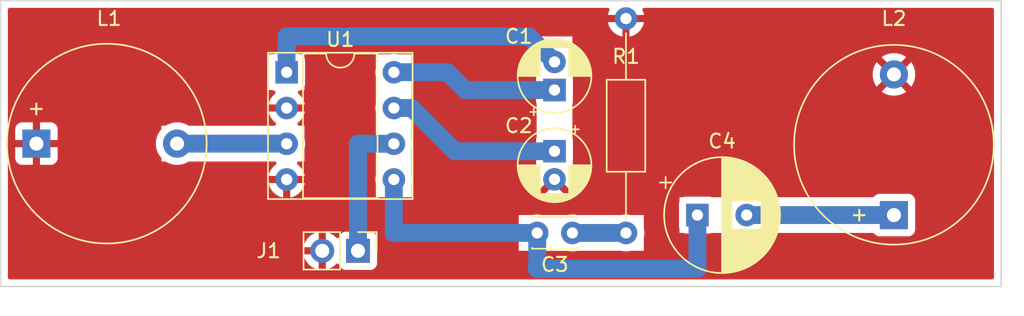
<source format=kicad_pcb>
(kicad_pcb (version 20211014) (generator pcbnew)
  (layers (0 "F.Cu" signal) (31 "B.Cu" signal) (34 "B.Paste" user) (35 "F.Paste" user) (36 "B.SilkS" user "B.Silkscreen") (37 "F.SilkS" user "F.Silkscreen") (38 "B.Mask" user) (39 "F.Mask" user) (44 "Edge.Cuts" user))
  (net 0 "")
  (net 1 "/GAIN2")
  (net 2 "GND")
  (net 3 "/GAIN1")
  (net 4 "/BYPASS1")
  (net 5 "Net-(C3-Pad1)")
  (net 6 "Net-(C3-Pad2)")
  (net 7 "+5V")
  (net 8 "Net-(C4-Pad2)")
  (net 9 "Net-(L1-Pad2)")
  (footprint "Resistor_THT:R_Axial_DIN0207_L6.3mm_D2.5mm_P15.24mm_Horizontal" (layer "F.Cu") (at 147.32 90.17 90)
    (fp_text reference "R1" (at 12.545 0 180) (layer "F.SilkS"))
    (fp_text value "10R")
    (fp_line (start 4.35 -1.37) (end 4.35 1.37) (layer "F.SilkS") (width 0.12))
    (fp_line (start 14.2 0) (end 10.89 0) (layer "F.SilkS") (width 0.12))
    (fp_line (start 10.89 -1.37) (end 4.35 -1.37) (layer "F.SilkS") (width 0.12))
    (fp_line (start 1.04 0) (end 4.35 0) (layer "F.SilkS") (width 0.12))
    (fp_line (start 4.35 1.37) (end 10.89 1.37) (layer "F.SilkS") (width 0.12))
    (fp_line (start 10.89 1.37) (end 10.89 -1.37) (layer "F.SilkS") (width 0.12))
    (pad "1" thru_hole circle (at 0 0 90) (size 1.6 1.6) (drill 0.8) (layers *.Cu *.Mask) (net 5 "Net-(C3-Pad1)"))
    (pad "2" thru_hole oval (at 15.24 0 90) (size 1.6 1.6) (drill 0.8) (layers *.Cu *.Mask) (net 2 "GND"))
  )
  (footprint "Buzzer_Beeper:Buzzer_D14mm_H7mm_P10mm" (layer "F.Cu") (at 166.37 88.9 90)
    (fp_text reference "L2" (at 13.97 0 180) (layer "F.SilkS"))
    (fp_text value "L_Iron")
    (fp_text user "+" (at -0.01 -2.54 90) (layer "F.SilkS"))
    (fp_circle (center 5 0) (end 12.1 0) (layer "F.SilkS") (width 0.12) (fill none))
    (pad "1" thru_hole rect (at 0 0 90) (size 2 2) (drill 1) (layers *.Cu *.Mask) (net 8 "Net-(C4-Pad2)"))
    (pad "2" thru_hole circle (at 10 0 90) (size 2 2) (drill 1) (layers *.Cu *.Mask) (net 2 "GND"))
  )
  (footprint "Package_DIP:DIP-8_W7.62mm_Socket" (layer "F.Cu") (at 123.2 78.75)
    (fp_text reference "U1" (at 3.81 -2.33) (layer "F.SilkS"))
    (fp_text value "LM386")
    (fp_line (start -1.33 -1.39) (end -1.33 9.01) (layer "F.SilkS") (width 0.12))
    (fp_line (start 6.46 8.95) (end 6.46 -1.33) (layer "F.SilkS") (width 0.12))
    (fp_line (start 6.46 -1.33) (end 4.81 -1.33) (layer "F.SilkS") (width 0.12))
    (fp_line (start -1.33 9.01) (end 8.95 9.01) (layer "F.SilkS") (width 0.12))
    (fp_line (start 1.16 -1.33) (end 1.16 8.95) (layer "F.SilkS") (width 0.12))
    (fp_line (start 8.95 -1.39) (end -1.33 -1.39) (layer "F.SilkS") (width 0.12))
    (fp_line (start 1.16 8.95) (end 6.46 8.95) (layer "F.SilkS") (width 0.12))
    (fp_line (start 2.81 -1.33) (end 1.16 -1.33) (layer "F.SilkS") (width 0.12))
    (fp_line (start 8.95 9.01) (end 8.95 -1.39) (layer "F.SilkS") (width 0.12))
    (fp_arc (start 4.81 -1.33) (mid 3.81 -0.33) (end 2.81 -1.33) (layer "F.SilkS") (width 0.12))
    (pad "1" thru_hole rect (at 0 0) (size 1.6 1.6) (drill 0.8) (layers *.Cu *.Mask) (net 3 "/GAIN1"))
    (pad "2" thru_hole oval (at 0 2.54) (size 1.6 1.6) (drill 0.8) (layers *.Cu *.Mask) (net 2 "GND"))
    (pad "3" thru_hole oval (at 0 5.08) (size 1.6 1.6) (drill 0.8) (layers *.Cu *.Mask) (net 9 "Net-(L1-Pad2)"))
    (pad "4" thru_hole oval (at 0 7.62) (size 1.6 1.6) (drill 0.8) (layers *.Cu *.Mask) (net 2 "GND"))
    (pad "5" thru_hole oval (at 7.62 7.62) (size 1.6 1.6) (drill 0.8) (layers *.Cu *.Mask) (net 6 "Net-(C3-Pad2)"))
    (pad "6" thru_hole oval (at 7.62 5.08) (size 1.6 1.6) (drill 0.8) (layers *.Cu *.Mask) (net 7 "+5V"))
    (pad "7" thru_hole oval (at 7.62 2.54) (size 1.6 1.6) (drill 0.8) (layers *.Cu *.Mask) (net 4 "/BYPASS1"))
    (pad "8" thru_hole oval (at 7.62 0) (size 1.6 1.6) (drill 0.8) (layers *.Cu *.Mask) (net 1 "/GAIN2"))
  )
  (footprint "Buzzer_Beeper:Buzzer_D14mm_H7mm_P10mm" (layer "F.Cu") (at 105.41 83.82)
    (fp_text reference "L1" (at 5.16 -8.89) (layer "F.SilkS"))
    (fp_text value "L_Iron")
    (fp_text user "+" (at -0.01 -2.54) (layer "F.SilkS"))
    (fp_circle (center 5 0) (end 12.1 0) (layer "F.SilkS") (width 0.12) (fill none))
    (pad "1" thru_hole rect (at 0 0) (size 2 2) (drill 1) (layers *.Cu *.Mask) (net 2 "GND"))
    (pad "2" thru_hole circle (at 10 0) (size 2 2) (drill 1) (layers *.Cu *.Mask) (net 9 "Net-(L1-Pad2)"))
  )
  (footprint "Capacitor_THT:CP_Radial_D8.0mm_P3.50mm" (layer "F.Cu") (at 152.4 88.9)
    (fp_text reference "C4" (at 1.75 -5.25) (layer "F.SilkS"))
    (fp_text value "220uF")
    (fp_line (start 2.751 -3.957) (end 2.751 -1.04) (layer "F.SilkS") (width 0.12))
    (fp_line (start 3.951 -3.444) (end 3.951 -1.04) (layer "F.SilkS") (width 0.12))
    (fp_line (start 3.311 1.04) (end 3.311 3.774) (layer "F.SilkS") (width 0.12))
    (fp_line (start 2.43 -4.024) (end 2.43 4.024) (layer "F.SilkS") (width 0.12))
    (fp_line (start 3.631 -3.627) (end 3.631 -1.04) (layer "F.SilkS") (width 0.12))
    (fp_line (start 1.79 -4.08) (end 1.79 4.08) (layer "F.SilkS") (width 0.12))
    (fp_line (start 4.351 -3.156) (end 4.351 -1.04) (layer "F.SilkS") (width 0.12))
    (fp_line (start 3.431 -3.722) (end 3.431 -1.04) (layer "F.SilkS") (width 0.12))
    (fp_line (start 2.991 -3.889) (end 2.991 -1.04) (layer "F.SilkS") (width 0.12))
    (fp_line (start 5.831 -0.533) (end 5.831 0.533) (layer "F.SilkS") (width 0.12))
    (fp_line (start 4.031 -3.392) (end 4.031 -1.04) (layer "F.SilkS") (width 0.12))
    (fp_line (start 2.591 -3.994) (end 2.591 -1.04) (layer "F.SilkS") (width 0.12))
    (fp_line (start 4.591 -2.945) (end 4.591 2.945) (layer "F.SilkS") (width 0.12))
    (fp_line (start 5.191 -2.228) (end 5.191 2.228) (layer "F.SilkS") (width 0.12))
    (fp_line (start 4.151 1.04) (end 4.151 3.309) (layer "F.SilkS") (width 0.12))
    (fp_line (start 3.231 -3.805) (end 3.231 -1.04) (layer "F.SilkS") (width 0.12))
    (fp_line (start 2.831 -3.936) (end 2.831 -1.04) (layer "F.SilkS") (width 0.12))
    (fp_line (start 5.111 -2.345) (end 5.111 2.345) (layer "F.SilkS") (width 0.12))
    (fp_line (start 4.191 -3.28) (end 4.191 -1.04) (layer "F.SilkS") (width 0.12))
    (fp_line (start 4.551 -2.983) (end 4.551 2.983) (layer "F.SilkS") (width 0.12))
    (fp_line (start 3.351 1.04) (end 3.351 3.757) (layer "F.SilkS") (width 0.12))
    (fp_line (start 5.711 -1.098) (end 5.711 1.098) (layer "F.SilkS") (width 0.12))
    (fp_line (start 5.471 -1.731) (end 5.471 1.731) (layer "F.SilkS") (width 0.12))
    (fp_line (start 3.871 -3.493) (end 3.871 -1.04) (layer "F.SilkS") (width 0.12))
    (fp_line (start 5.351 -1.964) (end 5.351 1.964) (layer "F.SilkS") (width 0.12))
    (fp_line (start 2.831 1.04) (end 2.831 3.936) (layer "F.SilkS") (width 0.12))
    (fp_line (start 2.15 -4.061) (end 2.15 4.061) (layer "F.SilkS") (width 0.12))
    (fp_line (start 3.951 1.04) (end 3.951 3.444) (layer "F.SilkS") (width 0.12))
    (fp_line (start 3.551 -3.666) (end 3.551 -1.04) (layer "F.SilkS") (width 0.12))
    (fp_line (start 3.191 1.04) (end 3.191 3.821) (layer "F.SilkS") (width 0.12))
    (fp_line (start 3.751 -3.562) (end 3.751 -1.04) (layer "F.SilkS") (width 0.12))
    (fp_line (start 3.471 -3.704) (end 3.471 -1.04) (layer "F.SilkS") (width 0.12))
    (fp_line (start 3.031 -3.877) (end 3.031 -1.04) (layer "F.SilkS") (width 0.12))
    (fp_line (start 4.711 -2.826) (end 4.711 2.826) (layer "F.SilkS") (width 0.12))
    (fp_line (start 3.671 -3.606) (end 3.671 -1.04) (layer "F.SilkS") (width 0.12))
    (fp_line (start 4.511 -3.019) (end 4.511 -1.04) (layer "F.SilkS") (width 0.12))
    (fp_line (start 1.99 -4.074) (end 1.99 4.074) (layer "F.SilkS") (width 0.12))
    (fp_line (start 3.911 1.04) (end 3.911 3.469) (layer "F.SilkS") (width 0.12))
    (fp_line (start 2.511 1.04) (end 2.511 4.01) (layer "F.SilkS") (width 0.12))
    (fp_line (start 3.991 1.04) (end 3.991 3.418) (layer "F.SilkS") (width 0.12))
    (fp_line (start 4.191 1.04) (end 4.191 3.28) (layer "F.SilkS") (width 0.12))
    (fp_line (start 5.791 -0.768) (end 5.791 0.768) (layer "F.SilkS") (width 0.12))
    (fp_line (start 3.631 1.04) (end 3.631 3.627) (layer "F.SilkS") (width 0.12))
    (fp_line (start 3.151 1.04) (end 3.151 3.835) (layer "F.SilkS") (width 0.12))
    (fp_line (start 2.631 -3.985) (end 2.631 -1.04) (layer "F.SilkS") (width 0.12))
    (fp_line (start 3.471 1.04) (end 3.471 3.704) (layer "F.SilkS") (width 0.12))
    (fp_line (start 3.871 1.04) (end 3.871 3.493) (layer "F.SilkS") (width 0.12))
    (fp_line (start 3.231 1.04) (end 3.231 3.805) (layer "F.SilkS") (width 0.12))
    (fp_line (start 3.071 -3.863) (end 3.071 -1.04) (layer "F.SilkS") (width 0.12))
    (fp_line (start 2.871 -3.925) (end 2.871 -1.04) (layer "F.SilkS") (width 0.12))
    (fp_line (start 3.191 -3.821) (end 3.191 -1.04) (layer "F.SilkS") (width 0.12))
    (fp_line (start 1.75 -4.08) (end 1.75 4.08) (layer "F.SilkS") (width 0.12))
    (fp_line (start 4.311 1.04) (end 4.311 3.189) (layer "F.SilkS") (width 0.12))
    (fp_line (start 5.151 -2.287) (end 5.151 2.287) (layer "F.SilkS") (width 0.12))
    (fp_line (start 2.871 1.04) (end 2.871 3.925) (layer "F.SilkS") (width 0.12))
    (fp_line (start 2.951 -3.902) (end 2.951 -1.04) (layer "F.SilkS") (width 0.12))
    (fp_line (start 5.671 -1.229) (end 5.671 1.229) (layer "F.SilkS") (width 0.12))
    (fp_line (start 3.991 -3.418) (end 3.991 -1.04) (layer "F.SilkS") (width 0.12))
    (fp_line (start 4.231 1.04) (end 4.231 3.25) (layer "F.SilkS") (width 0.12))
    (fp_line (start 4.391 -3.124) (end 4.391 -1.04) (layer "F.SilkS") (width 0.12))
    (fp_line (start 2.911 -3.914) (end 2.911 -1.04) (layer "F.SilkS") (width 0.12))
    (fp_line (start 2.511 -4.01) (end 2.511 -1.04) (layer "F.SilkS") (width 0.12))
    (fp_line (start 2.591 1.04) (end 2.591 3.994) (layer "F.SilkS") (width 0.12))
    (fp_line (start 3.711 -3.584) (end 3.711 -1.04) (layer "F.SilkS") (width 0.12))
    (fp_line (start 4.951 -2.556) (end 4.951 2.556) (layer "F.SilkS") (width 0.12))
    (fp_line (start 1.95 -4.076) (end 1.95 4.076) (layer "F.SilkS") (width 0.12))
    (fp_line (start 2.711 1.04) (end 2.711 3.967) (layer "F.SilkS") (width 0.12))
    (fp_line (start 5.271 -2.102) (end 5.271 2.102) (layer "F.SilkS") (width 0.12))
    (fp_line (start 2.39 -4.03) (end 2.39 4.03) (layer "F.SilkS") (width 0.12))
    (fp_line (start 2.951 1.04) (end 2.951 3.902) (layer "F.SilkS") (width 0.12))
    (fp_line (start 2.671 -3.976) (end 2.671 -1.04) (layer "F.SilkS") (width 0.12))
    (fp_line (start -2.659698 -2.315) (end -1.859698 -2.315) (layer "F.SilkS") (width 0.12))
    (fp_line (start 2.31 -4.042) (end 2.31 4.042) (layer "F.SilkS") (width 0.12))
    (fp_line (start 3.791 -3.54) (end 3.791 -1.04) (layer "F.SilkS") (width 0.12))
    (fp_line (start 2.19 -4.057) (end 2.19 4.057) (layer "F.SilkS") (width 0.12))
    (fp_line (start 5.071 -2.4) (end 5.071 2.4) (layer "F.SilkS") (width 0.12))
    (fp_line (start 2.551 1.04) (end 2.551 4.002) (layer "F.SilkS") (width 0.12))
    (fp_line (start 3.711 1.04) (end 3.711 3.584) (layer "F.SilkS") (width 0.12))
    (fp_line (start 3.591 1.04) (end 3.591 3.647) (layer "F.SilkS") (width 0.12))
    (fp_line (start 4.751 -2.784) (end 4.751 2.784) (layer "F.SilkS") (width 0.12))
    (fp_line (start 2.631 1.04) (end 2.631 3.985) (layer "F.SilkS") (width 0.12))
    (fp_line (start 5.431 -1.813) (end 5.431 1.813) (layer "F.SilkS") (width 0.12))
    (fp_line (start 4.431 -3.09) (end 4.431 -1.04) (layer "F.SilkS") (width 0.12))
    (fp_line (start 5.591 -1.453) (end 5.591 1.453) (layer "F.SilkS") (width 0.12))
    (fp_line (start 4.471 -3.055) (end 4.471 -1.04) (layer "F.SilkS") (width 0.12))
    (fp_line (start 3.911 -3.469) (end 3.911 -1.04) (layer "F.SilkS") (width 0.12))
    (fp_line (start 3.391 1.04) (end 3.391 3.74) (layer "F.SilkS") (width 0.12))
    (fp_line (start 3.031 1.04) (end 3.031 3.877) (layer "F.SilkS") (width 0.12))
    (fp_line (start 3.391 -3.74) (end 3.391 -1.04) (layer "F.SilkS") (width 0.12))
    (fp_line (start 4.871 -2.651) (end 4.871 2.651) (layer "F.SilkS") (width 0.12))
    (fp_line (start 4.511 1.04) (end 4.511 3.019) (layer "F.SilkS") (width 0.12))
    (fp_line (start 4.271 1.04) (end 4.271 3.22) (layer "F.SilkS") (width 0.12))
    (fp_line (start 3.271 -3.79) (end 3.271 -1.04) (layer "F.SilkS") (width 0.12))
    (fp_line (start 2.11 -4.065) (end 2.11 4.065) (layer "F.SilkS") (width 0.12))
    (fp_line (start 1.91 -4.077) (end 1.91 4.077) (layer "F.SilkS") (width 0.12))
    (fp_line (start 4.271 -3.22) (end 4.271 -1.04) (layer "F.SilkS") (width 0.12))
    (fp_line (start 3.111 -3.85) (end 3.111 -1.04) (layer "F.SilkS") (width 0.12))
    (fp_line (start 4.151 -3.309) (end 4.151 -1.04) (layer "F.SilkS") (width 0.12))
    (fp_line (start 4.471 1.04) (end 4.471 3.055) (layer "F.SilkS") (width 0.12))
    (fp_line (start 4.431 1.04) (end 4.431 3.09) (layer "F.SilkS") (width 0.12))
    (fp_line (start 2.471 -4.017) (end 2.471 -1.04) (layer "F.SilkS") (width 0.12))
    (fp_line (start 3.071 1.04) (end 3.071 3.863) (layer "F.SilkS") (width 0.12))
    (fp_line (start 4.791 -2.741) (end 4.791 2.741) (layer "F.SilkS") (width 0.12))
    (fp_line (start 5.031 -2.454) (end 5.031 2.454) (layer "F.SilkS") (width 0.12))
    (fp_line (start 4.071 -3.365) (end 4.071 -1.04) (layer "F.SilkS") (width 0.12))
    (fp_line (start 2.35 -4.037) (end 2.35 4.037) (layer "F.SilkS") (width 0.12))
    (fp_line (start 5.511 -1.645) (end 5.511 1.645) (layer "F.SilkS") (width 0.12))
    (fp_line (start 3.591 -3.647) (end 3.591 -1.04) (layer "F.SilkS") (width 0.12))
    (fp_line (start 2.551 -4.002) (end 2.551 -1.04) (layer "F.SilkS") (width 0.12))
    (fp_line (start 3.791 1.04) (end 3.791 3.54) (layer "F.SilkS") (width 0.12))
    (fp_line (start 4.671 -2.867) (end 4.671 2.867) (layer "F.SilkS") (width 0.12))
    (fp_line (start 4.911 -2.604) (end 4.911 2.604) (layer "F.SilkS") (width 0.12))
    (fp_line (start 3.551 1.04) (end 3.551 3.666) (layer "F.SilkS") (width 0.12))
    (fp_line (start 2.671 1.04) (end 2.671 3.976) (layer "F.SilkS") (width 0.12))
    (fp_line (start 4.111 -3.338) (end 4.111 -1.04) (layer "F.SilkS") (width 0.12))
    (fp_line (start 3.311 -3.774) (end 3.311 -1.04) (layer "F.SilkS") (width 0.12))
    (fp_line (start 4.311 -3.189) (end 4.311 -1.04) (layer "F.SilkS") (width 0.12))
    (fp_line (start 5.631 -1.346) (end 5.631 1.346) (layer "F.SilkS") (width 0.12))
    (fp_line (start 2.23 -4.052) (end 2.23 4.052) (layer "F.SilkS") (width 0.12))
    (fp_line (start 2.03 -4.071) (end 2.03 4.071) (layer "F.SilkS") (width 0.12))
    (fp_line (start 3.151 -3.835) (end 3.151 -1.04) (layer "F.SilkS") (width 0.12))
    (fp_line (start 3.671 1.04) (end 3.671 3.606) (layer "F.SilkS") (width 0.12))
    (fp_line (start 2.791 1.04) (end 2.791 3.947) (layer "F.SilkS") (width 0.12))
    (fp_line (start 5.311 -2.034) (end 5.311 2.034) (layer "F.SilkS") (width 0.12))
    (fp_line (start 1.87 -4.079) (end 1.87 4.079) (layer "F.SilkS") (width 0.12))
    (fp_line (start 4.351 1.04) (end 4.351 3.156) (layer "F.SilkS") (width 0.12))
    (fp_line (start 5.551 -1.552) (end 5.551 1.552) (layer "F.SilkS") (width 0.12))
    (fp_line (start 4.111 1.04) (end 4.111 3.338) (layer "F.SilkS") (width 0.12))
    (fp_line (start -2.259698 -2.715) (end -2.259698 -1.915) (layer "F.SilkS") (width 0.12))
    (fp_line (start 2.991 1.04) (end 2.991 3.889) (layer "F.SilkS") (width 0.12))
    (fp_line (start 4.231 -3.25) (end 4.231 -1.04) (layer "F.SilkS") (width 0.12))
    (fp_line (start 2.27 -4.048) (end 2.27 4.048) (layer "F.SilkS") (width 0.12))
    (fp_line (start 3.751 1.04) (end 3.751 3.562) (layer "F.SilkS") (width 0.12))
    (fp_line (start 3.111 1.04) (end 3.111 3.85) (layer "F.SilkS") (width 0.12))
    (fp_line (start 3.831 1.04) (end 3.831 3.517) (layer "F.SilkS") (width 0.12))
    (fp_line (start 2.471 1.04) (end 2.471 4.017) (layer "F.SilkS") (width 0.12))
    (fp_line (start 2.07 -4.068) (end 2.07 4.068) (layer "F.SilkS") (width 0.12))
    (fp_line (start 3.351 -3.757) (end 3.351 -1.04) (layer "F.SilkS") (width 0.12))
    (fp_line (start 2.791 -3.947) (end 2.791 -1.04) (layer "F.SilkS") (width 0.12))
    (fp_line (start 4.831 -2.697) (end 4.831 2.697) (layer "F.SilkS") (width 0.12))
    (fp_line (start 5.231 -2.166) (end 5.231 2.166) (layer "F.SilkS") (width 0.12))
    (fp_line (start 3.511 -3.686) (end 3.511 -1.04) (layer "F.SilkS") (width 0.12))
    (fp_line (start 4.631 -2.907) (end 4.631 2.907) (layer "F.SilkS") (width 0.12))
    (fp_line (start 3.431 1.04) (end 3.431 3.722) (layer "F.SilkS") (width 0.12))
    (fp_line (start 2.751 1.04) (end 2.751 3.957) (layer "F.SilkS") (width 0.12))
    (fp_line (start 4.071 1.04) (end 4.071 3.365) (layer "F.SilkS") (width 0.12))
    (fp_line (start 3.831 -3.517) (end 3.831 -1.04) (layer "F.SilkS") (width 0.12))
    (fp_line (start 2.911 1.04) (end 2.911 3.914) (layer "F.SilkS") (width 0.12))
    (fp_line (start 5.391 -1.89) (end 5.391 1.89) (layer "F.SilkS") (width 0.12))
    (fp_line (start 4.391 1.04) (end 4.391 3.124) (layer "F.SilkS") (width 0.12))
    (fp_line (start 5.751 -0.948) (end 5.751 0.948) (layer "F.SilkS") (width 0.12))
    (fp_line (start 1.83 -4.08) (end 1.83 4.08) (layer "F.SilkS") (width 0.12))
    (fp_line (start 4.991 -2.505) (end 4.991 2.505) (layer "F.SilkS") (width 0.12))
    (fp_line (start 2.711 -3.967) (end 2.711 -1.04) (layer "F.SilkS") (width 0.12))
    (fp_line (start 3.511 1.04) (end 3.511 3.686) (layer "F.SilkS") (width 0.12))
    (fp_line (start 4.031 1.04) (end 4.031 3.392) (layer "F.SilkS") (width 0.12))
    (fp_line (start 3.271 1.04) (end 3.271 3.79) (layer "F.SilkS") (width 0.12))
    (fp_circle (center 1.75 0) (end 5.87 0) (layer "F.SilkS") (width 0.12) (fill none))
    (pad "1" thru_hole rect (at 0 0) (size 1.6 1.6) (drill 0.8) (layers *.Cu *.Mask) (net 6 "Net-(C3-Pad2)"))
    (pad "2" thru_hole circle (at 3.5 0) (size 1.6 1.6) (drill 0.8) (layers *.Cu *.Mask) (net 8 "Net-(C4-Pad2)"))
  )
  (footprint "Connector_PinHeader_2.54mm:PinHeader_1x02_P2.54mm_Vertical" (layer "F.Cu") (at 128.27 91.44 -90)
    (fp_text reference "J1" (at 0 6.35 180) (layer "F.SilkS"))
    (fp_text value "Conn_01x02")
    (fp_line (start -1.33 1.27) (end 1.33 1.27) (layer "F.SilkS") (width 0.12))
    (fp_line (start -1.33 -1.33) (end 0 -1.33) (layer "F.SilkS") (width 0.12))
    (fp_line (start -1.33 1.27) (end -1.33 3.87) (layer "F.SilkS") (width 0.12))
    (fp_line (start 1.33 1.27) (end 1.33 3.87) (layer "F.SilkS") (width 0.12))
    (fp_line (start -1.33 3.87) (end 1.33 3.87) (layer "F.SilkS") (width 0.12))
    (fp_line (start -1.33 0) (end -1.33 -1.33) (layer "F.SilkS") (width 0.12))
    (pad "1" thru_hole rect (at 0 0 270) (size 1.7 1.7) (drill 1) (layers *.Cu *.Mask) (net 7 "+5V"))
    (pad "2" thru_hole oval (at 0 2.54 270) (size 1.7 1.7) (drill 1) (layers *.Cu *.Mask) (net 2 "GND"))
  )
  (footprint "Capacitor_THT:CP_Radial_D5.0mm_P2.00mm" (layer "F.Cu") (at 142.24 84.36 -90)
    (fp_text reference "C2" (at -1.81 2.54 180) (layer "F.SilkS"))
    (fp_text value "10uF")
    (fp_line (start 3.441 -0.915) (end 3.441 0.915) (layer "F.SilkS") (width 0.12))
    (fp_line (start 2.801 -1.864) (end 2.801 -1.04) (layer "F.SilkS") (width 0.12))
    (fp_line (start 1.56 -2.52) (end 1.56 -1.04) (layer "F.SilkS") (width 0.12))
    (fp_line (start 1.24 1.04) (end 1.24 2.569) (layer "F.SilkS") (width 0.12))
    (fp_line (start 1.6 1.04) (end 1.6 2.511) (layer "F.SilkS") (width 0.12))
    (fp_line (start 1.36 1.04) (end 1.36 2.556) (layer "F.SilkS") (width 0.12))
    (fp_line (start 2.881 -1.785) (end 2.881 -1.04) (layer "F.SilkS") (width 0.12))
    (fp_line (start 3.281 -1.251) (end 3.281 1.251) (layer "F.SilkS") (width 0.12))
    (fp_line (start 3.521 -0.677) (end 3.521 0.677) (layer "F.SilkS") (width 0.12))
    (fp_line (start 1.44 1.04) (end 1.44 2.543) (layer "F.SilkS") (width 0.12))
    (fp_line (start 1.801 1.04) (end 1.801 2.455) (layer "F.SilkS") (width 0.12))
    (fp_line (start 1.841 1.04) (end 1.841 2.442) (layer "F.SilkS") (width 0.12))
    (fp_line (start 1.24 -2.569) (end 1.24 -1.04) (layer "F.SilkS") (width 0.12))
    (fp_line (start 1.04 -2.58) (end 1.04 -1.04) (layer "F.SilkS") (width 0.12))
    (fp_line (start 1.64 -2.501) (end 1.64 -1.04) (layer "F.SilkS") (width 0.12))
    (fp_line (start 1.36 -2.556) (end 1.36 -1.04) (layer "F.SilkS") (width 0.12))
    (fp_line (start 2.321 1.04) (end 2.321 2.224) (layer "F.SilkS") (width 0.12))
    (fp_line (start 2.521 1.04) (end 2.521 2.095) (layer "F.SilkS") (width 0.12))
    (fp_line (start 2.201 -2.29) (end 2.201 -1.04) (layer "F.SilkS") (width 0.12))
    (fp_line (start 2.921 1.04) (end 2.921 1.743) (layer "F.SilkS") (width 0.12))
    (fp_line (start 2.961 1.04) (end 2.961 1.699) (layer "F.SilkS") (width 0.12))
    (fp_line (start 2.281 -2.247) (end 2.281 -1.04) (layer "F.SilkS") (width 0.12))
    (fp_line (start 1.48 -2.536) (end 1.48 -1.04) (layer "F.SilkS") (width 0.12))
    (fp_line (start 2.121 -2.329) (end 2.121 -1.04) (layer "F.SilkS") (width 0.12))
    (fp_line (start 1.04 1.04) (end 1.04 2.58) (layer "F.SilkS") (width 0.12))
    (fp_line (start 1.48 1.04) (end 1.48 2.536) (layer "F.SilkS") (width 0.12))
    (fp_line (start 2.481 -2.122) (end 2.481 -1.04) (layer "F.SilkS") (width 0.12))
    (fp_line (start 1.32 -2.561) (end 1.32 -1.04) (layer "F.SilkS") (width 0.12))
    (fp_line (start 1.52 1.04) (end 1.52 2.528) (layer "F.SilkS") (width 0.12))
    (fp_line (start 1.6 -2.511) (end 1.6 -1.04) (layer "F.SilkS") (width 0.12))
    (fp_line (start 2.041 -2.365) (end 2.041 -1.04) (layer "F.SilkS") (width 0.12))
    (fp_line (start 2.161 1.04) (end 2.161 2.31) (layer "F.SilkS") (width 0.12))
    (fp_line (start 2.401 -2.175) (end 2.401 -1.04) (layer "F.SilkS") (width 0.12))
    (fp_line (start 1.921 -2.414) (end 1.921 -1.04) (layer "F.SilkS") (width 0.12))
    (fp_line (start 2.641 1.04) (end 2.641 2.004) (layer "F.SilkS") (width 0.12))
    (fp_line (start 2.681 1.04) (end 2.681 1.971) (layer "F.SilkS") (width 0.12))
    (fp_line (start 3.401 -1.011) (end 3.401 1.011) (layer "F.SilkS") (width 0.12))
    (fp_line (start 2.481 1.04) (end 2.481 2.122) (layer "F.SilkS") (width 0.12))
    (fp_line (start 2.681 -1.971) (end 2.681 -1.04) (layer "F.SilkS") (width 0.12))
    (fp_line (start 1.4 -2.55) (end 1.4 -1.04) (layer "F.SilkS") (width 0.12))
    (fp_line (start 1.52 -2.528) (end 1.52 -1.04) (layer "F.SilkS") (width 0.12))
    (fp_line (start 1.761 1.04) (end 1.761 2.468) (layer "F.SilkS") (width 0.12))
    (fp_line (start 1.32 1.04) (end 1.32 2.561) (layer "F.SilkS") (width 0.12))
    (fp_line (start 3.601 -0.284) (end 3.601 0.284) (layer "F.SilkS") (width 0.12))
    (fp_line (start 3.481 -0.805) (end 3.481 0.805) (layer "F.SilkS") (width 0.12))
    (fp_line (start 2.761 1.04) (end 2.761 1.901) (layer "F.SilkS") (width 0.12))
    (fp_line (start 2.561 -2.065) (end 2.561 -1.04) (layer "F.SilkS") (width 0.12))
    (fp_line (start 2.881 1.04) (end 2.881 1.785) (layer "F.SilkS") (width 0.12))
    (fp_line (start 1.721 1.04) (end 1.721 2.48) (layer "F.SilkS") (width 0.12))
    (fp_line (start 1.961 1.04) (end 1.961 2.398) (layer "F.SilkS") (width 0.12))
    (fp_line (start 2.561 1.04) (end 2.561 2.065) (layer "F.SilkS") (width 0.12))
    (fp_line (start 2.641 -2.004) (end 2.641 -1.04) (layer "F.SilkS") (width 0.12))
    (fp_line (start 2.601 1.04) (end 2.601 2.035) (layer "F.SilkS") (width 0.12))
    (fp_line (start 1.44 -2.543) (end 1.44 -1.04) (layer "F.SilkS") (width 0.12))
    (fp_line (start 2.841 1.04) (end 2.841 1.826) (layer "F.SilkS") (width 0.12))
    (fp_line (start 2.401 1.04) (end 2.401 2.175) (layer "F.SilkS") (width 0.12))
    (fp_line (start 1.961 -2.398) (end 1.961 -1.04) (layer "F.SilkS") (width 0.12))
    (fp_line (start 2.121 1.04) (end 2.121 2.329) (layer "F.SilkS") (width 0.12))
    (fp_line (start 3.001 -1.653) (end 3.001 -1.04) (layer "F.SilkS") (width 0.12))
    (fp_line (start 2.241 -2.268) (end 2.241 -1.04) (layer "F.SilkS") (width 0.12))
    (fp_line (start 3.041 -1.605) (end 3.041 1.605) (layer "F.SilkS") (width 0.12))
    (fp_line (start 2.161 -2.31) (end 2.161 -1.04) (layer "F.SilkS") (width 0.12))
    (fp_line (start 3.121 -1.5) (end 3.121 1.5) (layer "F.SilkS") (width 0.12))
    (fp_line (start 2.441 -2.149) (end 2.441 -1.04) (layer "F.SilkS") (width 0.12))
    (fp_line (start 3.201 -1.383) (end 3.201 1.383) (layer "F.SilkS") (width 0.12))
    (fp_line (start 1.28 1.04) (end 1.28 2.565) (layer "F.SilkS") (width 0.12))
    (fp_line (start 2.321 -2.224) (end 2.321 -1.04) (layer "F.SilkS") (width 0.12))
    (fp_line (start 1.841 -2.442) (end 1.841 -1.04) (layer "F.SilkS") (width 0.12))
    (fp_line (start 2.081 -2.348) (end 2.081 -1.04) (layer "F.SilkS") (width 0.12))
    (fp_line (start 2.841 -1.826) (end 2.841 -1.04) (layer "F.SilkS") (width 0.12))
    (fp_line (start 2.961 -1.699) (end 2.961 -1.04) (layer "F.SilkS") (width 0.12))
    (fp_line (start 2.761 -1.901) (end 2.761 -1.04) (layer "F.SilkS") (width 0.12))
    (fp_line (start 1.2 1.04) (end 1.2 2.573) (layer "F.SilkS") (width 0.12))
    (fp_line (start 2.721 -1.937) (end 2.721 -1.04) (layer "F.SilkS") (width 0.12))
    (fp_line (start -1.554775 -1.725) (end -1.554775 -1.225) (layer "F.SilkS") (width 0.12))
    (fp_line (start 1.28 -2.565) (end 1.28 -1.04) (layer "F.SilkS") (width 0.12))
    (fp_line (start 1.721 -2.48) (end 1.721 -1.04) (layer "F.SilkS") (width 0.12))
    (fp_line (start 3.081 -1.554) (end 3.081 1.554) (layer "F.SilkS") (width 0.12))
    (fp_line (start 2.041 1.04) (end 2.041 2.365) (layer "F.SilkS") (width 0.12))
    (fp_line (start 2.601 -2.035) (end 2.601 -1.04) (layer "F.SilkS") (width 0.12))
    (fp_line (start 1.16 -2.576) (end 1.16 -1.04) (layer "F.SilkS") (width 0.12))
    (fp_line (start 3.241 -1.319) (end 3.241 1.319) (layer "F.SilkS") (width 0.12))
    (fp_line (start 2.921 -1.743) (end 2.921 -1.04) (layer "F.SilkS") (width 0.12))
    (fp_line (start 1.08 -2.579) (end 1.08 -1.04) (layer "F.SilkS") (width 0.12))
    (fp_line (start 1.64 1.04) (end 1.64 2.501) (layer "F.SilkS") (width 0.12))
    (fp_line (start 1.881 -2.428) (end 1.881 -1.04) (layer "F.SilkS") (width 0.12))
    (fp_line (start 1.16 1.04) (end 1.16 2.576) (layer "F.SilkS") (width 0.12))
    (fp_line (start 2.441 1.04) (end 2.441 2.149) (layer "F.SilkS") (width 0.12))
    (fp_line (start 2.361 1.04) (end 2.361 2.2) (layer "F.SilkS") (width 0.12))
    (fp_line (start 1.881 1.04) (end 1.881 2.428) (layer "F.SilkS") (width 0.12))
    (fp_line (start 2.001 1.04) (end 2.001 2.382) (layer "F.SilkS") (width 0.12))
    (fp_line (start 1 -2.58) (end 1 -1.04) (layer "F.SilkS") (width 0.12))
    (fp_line (start 3.561 -0.518) (end 3.561 0.518) (layer "F.SilkS") (width 0.12))
    (fp_line (start 2.361 -2.2) (end 2.361 -1.04) (layer "F.SilkS") (width 0.12))
    (fp_line (start 2.721 1.04) (end 2.721 1.937) (layer "F.SilkS") (width 0.12))
    (fp_line (start 2.241 1.04) (end 2.241 2.268) (layer "F.SilkS") (width 0.12))
    (fp_line (start 1.801 -2.455) (end 1.801 -1.04) (layer "F.SilkS") (width 0.12))
    (fp_line (start 1.68 1.04) (end 1.68 2.491) (layer "F.SilkS") (width 0.12))
    (fp_line (start 1.761 -2.468) (end 1.761 -1.04) (layer "F.SilkS") (width 0.12))
    (fp_line (start 2.081 1.04) (end 2.081 2.348) (layer "F.SilkS") (width 0.12))
    (fp_line (start 1 1.04) (end 1 2.58) (layer "F.SilkS") (width 0.12))
    (fp_line (start 3.361 -1.098) (end 3.361 1.098) (layer "F.SilkS") (width 0.12))
    (fp_line (start 3.001 1.04) (end 3.001 1.653) (layer "F.SilkS") (width 0.12))
    (fp_line (start 1.68 -2.491) (end 1.68 -1.04) (layer "F.SilkS") (width 0.12))
    (fp_line (start 2.801 1.04) (end 2.801 1.864) (layer "F.SilkS") (width 0.12))
    (fp_line (start 2.521 -2.095) (end 2.521 -1.04) (layer "F.SilkS") (width 0.12))
    (fp_line (start 2.281 1.04) (end 2.281 2.247) (layer "F.SilkS") (width 0.12))
    (fp_line (start 2.001 -2.382) (end 2.001 -1.04) (layer "F.SilkS") (width 0.12))
    (fp_line (start 3.321 -1.178) (end 3.321 1.178) (layer "F.SilkS") (width 0.12))
    (fp_line (start 3.161 -1.443) (end 3.161 1.443) (layer "F.SilkS") (width 0.12))
    (fp_line (start 1.921 1.04) (end 1.921 2.414) (layer "F.SilkS") (width 0.12))
    (fp_line (start 1.12 -2.578) (end 1.12 -1.04) (layer "F.SilkS") (width 0.12))
    (fp_line (start -1.804775 -1.475) (end -1.304775 -1.475) (layer "F.SilkS") (width 0.12))
    (fp_line (start 1.12 1.04) (end 1.12 2.578) (layer "F.SilkS") (width 0.12))
    (fp_line (start 2.201 1.04) (end 2.201 2.29) (layer "F.SilkS") (width 0.12))
    (fp_line (start 1.56 1.04) (end 1.56 2.52) (layer "F.SilkS") (width 0.12))
    (fp_line (start 1.4 1.04) (end 1.4 2.55) (layer "F.SilkS") (width 0.12))
    (fp_line (start 1.2 -2.573) (end 1.2 -1.04) (layer "F.SilkS") (width 0.12))
    (fp_line (start 1.08 1.04) (end 1.08 2.579) (layer "F.SilkS") (width 0.12))
    (fp_circle (center 1 0) (end 3.62 0) (layer "F.SilkS") (width 0.12) (fill none))
    (pad "1" thru_hole rect (at 0 0 270) (size 1.6 1.6) (drill 0.8) (layers *.Cu *.Mask) (net 4 "/BYPASS1"))
    (pad "2" thru_hole circle (at 2 0 270) (size 1.6 1.6) (drill 0.8) (layers *.Cu *.Mask) (net 2 "GND"))
  )
  (footprint "Capacitor_THT:C_Disc_D3.0mm_W2.0mm_P2.50mm" (layer "F.Cu") (at 143.51 90.17 180)
    (fp_text reference "C3" (at 1.25 -2.25) (layer "F.SilkS"))
    (fp_text value "47nF")
    (fp_line (start 2.87 1.055) (end 2.87 1.12) (layer "F.SilkS") (width 0.12))
    (fp_line (start -0.37 1.12) (end 2.87 1.12) (layer "F.SilkS") (width 0.12))
    (fp_line (start -0.37 -1.12) (end 2.87 -1.12) (layer "F.SilkS") (width 0.12))
    (fp_line (start -0.37 1.055) (end -0.37 1.12) (layer "F.SilkS") (width 0.12))
    (fp_line (start -0.37 -1.12) (end -0.37 -1.055) (layer "F.SilkS") (width 0.12))
    (fp_line (start 2.87 -1.12) (end 2.87 -1.055) (layer "F.SilkS") (width 0.12))
    (pad "1" thru_hole circle (at 0 0 180) (size 1.6 1.6) (drill 0.8) (layers *.Cu *.Mask) (net 5 "Net-(C3-Pad1)"))
    (pad "2" thru_hole circle (at 2.5 0 180) (size 1.6 1.6) (drill 0.8) (layers *.Cu *.Mask) (net 6 "Net-(C3-Pad2)"))
  )
  (footprint "Capacitor_THT:CP_Radial_D5.0mm_P2.00mm" (layer "F.Cu") (at 142.24 80.01 90)
    (fp_text reference "C1" (at 3.81 -2.54 180) (layer "F.SilkS"))
    (fp_text value "10uF")
    (fp_line (start 2.841 -1.826) (end 2.841 -1.04) (layer "F.SilkS") (width 0.12))
    (fp_line (start 1.68 1.04) (end 1.68 2.491) (layer "F.SilkS") (width 0.12))
    (fp_line (start 2.681 1.04) (end 2.681 1.971) (layer "F.SilkS") (width 0.12))
    (fp_line (start 3.121 -1.5) (end 3.121 1.5) (layer "F.SilkS") (width 0.12))
    (fp_line (start 1.881 1.04) (end 1.881 2.428) (layer "F.SilkS") (width 0.12))
    (fp_line (start 2.041 -2.365) (end 2.041 -1.04) (layer "F.SilkS") (width 0.12))
    (fp_line (start 1.04 1.04) (end 1.04 2.58) (layer "F.SilkS") (width 0.12))
    (fp_line (start 2.761 1.04) (end 2.761 1.901) (layer "F.SilkS") (width 0.12))
    (fp_line (start 2.241 -2.268) (end 2.241 -1.04) (layer "F.SilkS") (width 0.12))
    (fp_line (start 1.24 1.04) (end 1.24 2.569) (layer "F.SilkS") (width 0.12))
    (fp_line (start 1.801 1.04) (end 1.801 2.455) (layer "F.SilkS") (width 0.12))
    (fp_line (start 1.04 -2.58) (end 1.04 -1.04) (layer "F.SilkS") (width 0.12))
    (fp_line (start 2.081 -2.348) (end 2.081 -1.04) (layer "F.SilkS") (width 0.12))
    (fp_line (start 1.56 -2.52) (end 1.56 -1.04) (layer "F.SilkS") (width 0.12))
    (fp_line (start 3.081 -1.554) (end 3.081 1.554) (layer "F.SilkS") (width 0.12))
    (fp_line (start 2.681 -1.971) (end 2.681 -1.04) (layer "F.SilkS") (width 0.12))
    (fp_line (start 2.321 -2.224) (end 2.321 -1.04) (layer "F.SilkS") (width 0.12))
    (fp_line (start 1.801 -2.455) (end 1.801 -1.04) (layer "F.SilkS") (width 0.12))
    (fp_line (start -1.554775 -1.725) (end -1.554775 -1.225) (layer "F.SilkS") (width 0.12))
    (fp_line (start 2.961 -1.699) (end 2.961 -1.04) (layer "F.SilkS") (width 0.12))
    (fp_line (start 3.321 -1.178) (end 3.321 1.178) (layer "F.SilkS") (width 0.12))
    (fp_line (start 3.001 1.04) (end 3.001 1.653) (layer "F.SilkS") (width 0.12))
    (fp_line (start 1.961 -2.398) (end 1.961 -1.04) (layer "F.SilkS") (width 0.12))
    (fp_line (start 2.881 -1.785) (end 2.881 -1.04) (layer "F.SilkS") (width 0.12))
    (fp_line (start 2.801 1.04) (end 2.801 1.864) (layer "F.SilkS") (width 0.12))
    (fp_line (start 1.6 1.04) (end 1.6 2.511) (layer "F.SilkS") (width 0.12))
    (fp_line (start 2.161 1.04) (end 2.161 2.31) (layer "F.SilkS") (width 0.12))
    (fp_line (start 3.041 -1.605) (end 3.041 1.605) (layer "F.SilkS") (width 0.12))
    (fp_line (start 1.921 -2.414) (end 1.921 -1.04) (layer "F.SilkS") (width 0.12))
    (fp_line (start 1.44 -2.543) (end 1.44 -1.04) (layer "F.SilkS") (width 0.12))
    (fp_line (start 3.241 -1.319) (end 3.241 1.319) (layer "F.SilkS") (width 0.12))
    (fp_line (start 2.161 -2.31) (end 2.161 -1.04) (layer "F.SilkS") (width 0.12))
    (fp_line (start 1.6 -2.511) (end 1.6 -1.04) (layer "F.SilkS") (width 0.12))
    (fp_line (start 1.44 1.04) (end 1.44 2.543) (layer "F.SilkS") (width 0.12))
    (fp_line (start 2.961 1.04) (end 2.961 1.699) (layer "F.SilkS") (width 0.12))
    (fp_line (start 2.721 1.04) (end 2.721 1.937) (layer "F.SilkS") (width 0.12))
    (fp_line (start 2.041 1.04) (end 2.041 2.365) (layer "F.SilkS") (width 0.12))
    (fp_line (start -1.804775 -1.475) (end -1.304775 -1.475) (layer "F.SilkS") (width 0.12))
    (fp_line (start 2.721 -1.937) (end 2.721 -1.04) (layer "F.SilkS") (width 0.12))
    (fp_line (start 1.841 -2.442) (end 1.841 -1.04) (layer "F.SilkS") (width 0.12))
    (fp_line (start 2.281 -2.247) (end 2.281 -1.04) (layer "F.SilkS") (width 0.12))
    (fp_line (start 1.12 -2.578) (end 1.12 -1.04) (layer "F.SilkS") (width 0.12))
    (fp_line (start 2.561 1.04) (end 2.561 2.065) (layer "F.SilkS") (width 0.12))
    (fp_line (start 1.721 1.04) (end 1.721 2.48) (layer "F.SilkS") (width 0.12))
    (fp_line (start 2.641 -2.004) (end 2.641 -1.04) (layer "F.SilkS") (width 0.12))
    (fp_line (start 2.201 -2.29) (end 2.201 -1.04) (layer "F.SilkS") (width 0.12))
    (fp_line (start 1.2 -2.573) (end 1.2 -1.04) (layer "F.SilkS") (width 0.12))
    (fp_line (start 1.961 1.04) (end 1.961 2.398) (layer "F.SilkS") (width 0.12))
    (fp_line (start 3.401 -1.011) (end 3.401 1.011) (layer "F.SilkS") (width 0.12))
    (fp_line (start 1.48 -2.536) (end 1.48 -1.04) (layer "F.SilkS") (width 0.12))
    (fp_line (start 3.561 -0.518) (end 3.561 0.518) (layer "F.SilkS") (width 0.12))
    (fp_line (start 2.361 -2.2) (end 2.361 -1.04) (layer "F.SilkS") (width 0.12))
    (fp_line (start 1.761 1.04) (end 1.761 2.468) (layer "F.SilkS") (width 0.12))
    (fp_line (start 3.201 -1.383) (end 3.201 1.383) (layer "F.SilkS") (width 0.12))
    (fp_line (start 2.281 1.04) (end 2.281 2.247) (layer "F.SilkS") (width 0.12))
    (fp_line (start 2.081 1.04) (end 2.081 2.348) (layer "F.SilkS") (width 0.12))
    (fp_line (start 2.761 -1.901) (end 2.761 -1.04) (layer "F.SilkS") (width 0.12))
    (fp_line (start 2.801 -1.864) (end 2.801 -1.04) (layer "F.SilkS") (width 0.12))
    (fp_line (start 1.16 1.04) (end 1.16 2.576) (layer "F.SilkS") (width 0.12))
    (fp_line (start 3.281 -1.251) (end 3.281 1.251) (layer "F.SilkS") (width 0.12))
    (fp_line (start 3.001 -1.653) (end 3.001 -1.04) (layer "F.SilkS") (width 0.12))
    (fp_line (start 1.721 -2.48) (end 1.721 -1.04) (layer "F.SilkS") (width 0.12))
    (fp_line (start 2.881 1.04) (end 2.881 1.785) (layer "F.SilkS") (width 0.12))
    (fp_line (start 1.32 1.04) (end 1.32 2.561) (layer "F.SilkS") (width 0.12))
    (fp_line (start 3.441 -0.915) (end 3.441 0.915) (layer "F.SilkS") (width 0.12))
    (fp_line (start 1 -2.58) (end 1 -1.04) (layer "F.SilkS") (width 0.12))
    (fp_line (start 1.36 -2.556) (end 1.36 -1.04) (layer "F.SilkS") (width 0.12))
    (fp_line (start 2.921 -1.743) (end 2.921 -1.04) (layer "F.SilkS") (width 0.12))
    (fp_line (start 1 1.04) (end 1 2.58) (layer "F.SilkS") (width 0.12))
    (fp_line (start 2.561 -2.065) (end 2.561 -1.04) (layer "F.SilkS") (width 0.12))
    (fp_line (start 2.121 1.04) (end 2.121 2.329) (layer "F.SilkS") (width 0.12))
    (fp_line (start 1.64 1.04) (end 1.64 2.501) (layer "F.SilkS") (width 0.12))
    (fp_line (start 1.761 -2.468) (end 1.761 -1.04) (layer "F.SilkS") (width 0.12))
    (fp_line (start 1.52 -2.528) (end 1.52 -1.04) (layer "F.SilkS") (width 0.12))
    (fp_line (start 2.001 1.04) (end 2.001 2.382) (layer "F.SilkS") (width 0.12))
    (fp_line (start 2.401 1.04) (end 2.401 2.175) (layer "F.SilkS") (width 0.12))
    (fp_line (start 1.2 1.04) (end 1.2 2.573) (layer "F.SilkS") (width 0.12))
    (fp_line (start 1.36 1.04) (end 1.36 2.556) (layer "F.SilkS") (width 0.12))
    (fp_line (start 2.001 -2.382) (end 2.001 -1.04) (layer "F.SilkS") (width 0.12))
    (fp_line (start 1.52 1.04) (end 1.52 2.528) (layer "F.SilkS") (width 0.12))
    (fp_line (start 2.481 1.04) (end 2.481 2.122) (layer "F.SilkS") (width 0.12))
    (fp_line (start 2.441 1.04) (end 2.441 2.149) (layer "F.SilkS") (width 0.12))
    (fp_line (start 3.361 -1.098) (end 3.361 1.098) (layer "F.SilkS") (width 0.12))
    (fp_line (start 2.401 -2.175) (end 2.401 -1.04) (layer "F.SilkS") (width 0.12))
    (fp_line (start 1.881 -2.428) (end 1.881 -1.04) (layer "F.SilkS") (width 0.12))
    (fp_line (start 2.121 -2.329) (end 2.121 -1.04) (layer "F.SilkS") (width 0.12))
    (fp_line (start 2.921 1.04) (end 2.921 1.743) (layer "F.SilkS") (width 0.12))
    (fp_line (start 1.08 -2.579) (end 1.08 -1.04) (layer "F.SilkS") (width 0.12))
    (fp_line (start 2.521 -2.095) (end 2.521 -1.04) (layer "F.SilkS") (width 0.12))
    (fp_line (start 1.24 -2.569) (end 1.24 -1.04) (layer "F.SilkS") (width 0.12))
    (fp_line (start 1.32 -2.561) (end 1.32 -1.04) (layer "F.SilkS") (width 0.12))
    (fp_line (start 1.12 1.04) (end 1.12 2.578) (layer "F.SilkS") (width 0.12))
    (fp_line (start 1.4 1.04) (end 1.4 2.55) (layer "F.SilkS") (width 0.12))
    (fp_line (start 2.241 1.04) (end 2.241 2.268) (layer "F.SilkS") (width 0.12))
    (fp_line (start 3.521 -0.677) (end 3.521 0.677) (layer "F.SilkS") (width 0.12))
    (fp_line (start 1.56 1.04) (end 1.56 2.52) (layer "F.SilkS") (width 0.12))
    (fp_line (start 1.64 -2.501) (end 1.64 -1.04) (layer "F.SilkS") (width 0.12))
    (fp_line (start 3.161 -1.443) (end 3.161 1.443) (layer "F.SilkS") (width 0.12))
    (fp_line (start 2.641 1.04) (end 2.641 2.004) (layer "F.SilkS") (width 0.12))
    (fp_line (start 3.481 -0.805) (end 3.481 0.805) (layer "F.SilkS") (width 0.12))
    (fp_line (start 1.28 -2.565) (end 1.28 -1.04) (layer "F.SilkS") (width 0.12))
    (fp_line (start 2.441 -2.149) (end 2.441 -1.04) (layer "F.SilkS") (width 0.12))
    (fp_line (start 1.16 -2.576) (end 1.16 -1.04) (layer "F.SilkS") (width 0.12))
    (fp_line (start 2.601 1.04) (end 2.601 2.035) (layer "F.SilkS") (width 0.12))
    (fp_line (start 2.601 -2.035) (end 2.601 -1.04) (layer "F.SilkS") (width 0.12))
    (fp_line (start 1.4 -2.55) (end 1.4 -1.04) (layer "F.SilkS") (width 0.12))
    (fp_line (start 3.601 -0.284) (end 3.601 0.284) (layer "F.SilkS") (width 0.12))
    (fp_line (start 2.201 1.04) (end 2.201 2.29) (layer "F.SilkS") (width 0.12))
    (fp_line (start 2.841 1.04) (end 2.841 1.826) (layer "F.SilkS") (width 0.12))
    (fp_line (start 1.08 1.04) (end 1.08 2.579) (layer "F.SilkS") (width 0.12))
    (fp_line (start 2.481 -2.122) (end 2.481 -1.04) (layer "F.SilkS") (width 0.12))
    (fp_line (start 2.521 1.04) (end 2.521 2.095) (layer "F.SilkS") (width 0.12))
    (fp_line (start 1.68 -2.491) (end 1.68 -1.04) (layer "F.SilkS") (width 0.12))
    (fp_line (start 2.321 1.04) (end 2.321 2.224) (layer "F.SilkS") (width 0.12))
    (fp_line (start 1.841 1.04) (end 1.841 2.442) (layer "F.SilkS") (width 0.12))
    (fp_line (start 2.361 1.04) (end 2.361 2.2) (layer "F.SilkS") (width 0.12))
    (fp_line (start 1.28 1.04) (end 1.28 2.565) (layer "F.SilkS") (width 0.12))
    (fp_line (start 1.48 1.04) (end 1.48 2.536) (layer "F.SilkS") (width 0.12))
    (fp_line (start 1.921 1.04) (end 1.921 2.414) (layer "F.SilkS") (width 0.12))
    (fp_circle (center 1 0) (end 3.62 0) (layer "F.SilkS") (width 0.12) (fill none))
    (pad "1" thru_hole rect (at 0 0 90) (size 1.6 1.6) (drill 0.8) (layers *.Cu *.Mask) (net 1 "/GAIN2"))
    (pad "2" thru_hole circle (at 2 0 90) (size 1.6 1.6) (drill 0.8) (layers *.Cu *.Mask) (net 3 "/GAIN1"))
  )
  (gr_line (start 102.87 93.98) (end 173.99 93.98) (layer "Edge.Cuts") (width 0.1))
  (gr_line (start 173.99 73.66) (end 102.87 73.66) (layer "Edge.Cuts") (width 0.1))
  (gr_line (start 102.87 73.66) (end 102.87 93.98) (layer "Edge.Cuts") (width 0.1))
  (gr_line (start 173.99 93.98) (end 173.99 73.66) (layer "Edge.Cuts") (width 0.1))
  (segment (start 135.89 80.01) (end 142.24 80.01) (width 1.27) (layer "B.Cu") (net 1))
  (segment (start 130.81 78.74) (end 134.62 78.74) (width 1.27) (layer "B.Cu") (net 1))
  (segment (start 134.62 78.74) (end 135.89 80.01) (width 1.27) (layer "B.Cu") (net 1))
  (segment (start 142.24 78.01) (end 140.43 76.2) (width 1.27) (layer "B.Cu") (net 3))
  (segment (start 123.19 76.2) (end 123.19 78.74) (width 1.27) (layer "B.Cu") (net 3))
  (segment (start 140.43 76.2) (end 123.19 76.2) (width 1.27) (layer "B.Cu") (net 3))
  (segment (start 130.82 81.29) (end 132.09 81.29) (width 1.27) (layer "B.Cu") (net 4))
  (segment (start 132.09 81.29) (end 135.16 84.36) (width 1.27) (layer "B.Cu") (net 4))
  (segment (start 135.16 84.36) (end 142.24 84.36) (width 1.27) (layer "B.Cu") (net 4))
  (segment (start 147.32 90.17) (end 143.51 90.17) (width 1.27) (layer "B.Cu") (net 5))
  (segment (start 140.97 92.71) (end 152.4 92.71) (width 1.27) (layer "B.Cu") (net 6))
  (segment (start 152.4 92.71) (end 152.4 88.9) (width 1.27) (layer "B.Cu") (net 6))
  (segment (start 141.01 90.17) (end 141.01 92.67) (width 1.27) (layer "B.Cu") (net 6))
  (segment (start 141.01 90.17) (end 130.81 90.17) (width 1.27) (layer "B.Cu") (net 6))
  (segment (start 130.81 90.17) (end 130.82 90.16) (width 1.27) (layer "B.Cu") (net 6))
  (segment (start 141.01 92.67) (end 140.97 92.71) (width 1.27) (layer "B.Cu") (net 6))
  (segment (start 130.82 90.16) (end 130.82 86.37) (width 1.27) (layer "B.Cu") (net 6))
  (segment (start 130.82 83.83) (end 128.28 83.83) (width 1.27) (layer "B.Cu") (net 7))
  (segment (start 128.28 83.83) (end 128.27 83.82) (width 1.27) (layer "B.Cu") (net 7))
  (segment (start 128.27 83.82) (end 128.27 91.44) (width 1.27) (layer "B.Cu") (net 7))
  (segment (start 155.9 88.9) (end 166.37 88.9) (width 1.27) (layer "B.Cu") (net 8))
  (segment (start 115.41 83.82) (end 123.19 83.82) (width 1.27) (layer "B.Cu") (net 9))
  (zone (net 0) (net_name "") (layer "F.Cu") (connect_pads (clearance 0)) (min_thickness 0.254)
    (keepout (tracks allowed) (vias allowed) (pads allowed) (copperpour not_allowed) (footprints allowed))
    (fill (thermal_gap 0.508) (thermal_bridge_width 0.508))
    (polygon (pts (xy 124.46 85.09) (xy 114.3 85.09) (xy 114.3 82.55) (xy 124.46 82.55)))
  )
  (zone (net 0) (net_name "") (layer "F.Cu") (connect_pads (clearance 0)) (min_thickness 0.254)
    (keepout (tracks allowed) (vias allowed) (pads allowed) (copperpour not_allowed) (footprints allowed))
    (fill (thermal_gap 0.508) (thermal_bridge_width 0.508))
    (polygon (pts (xy 148.59 91.44) (xy 139.7 91.44) (xy 139.7 88.9) (xy 148.59 88.9)))
  )
  (zone (net 0) (net_name "") (layer "F.Cu") (connect_pads (clearance 0)) (min_thickness 0.254)
    (keepout (tracks allowed) (vias allowed) (pads allowed) (copperpour not_allowed) (footprints allowed))
    (fill (thermal_gap 0.508) (thermal_bridge_width 0.508))
    (polygon (pts (xy 132.08 87.63) (xy 129.54 87.63) (xy 129.54 77.47) (xy 132.08 77.47)))
  )
  (zone (net 0) (net_name "") (layer "F.Cu") (connect_pads (clearance 0)) (min_thickness 0.254)
    (keepout (tracks allowed) (vias allowed) (pads allowed) (copperpour not_allowed) (footprints allowed))
    (fill (thermal_gap 0.508) (thermal_bridge_width 0.508))
    (polygon (pts (xy 124.46 80.01) (xy 121.92 80.01) (xy 121.92 77.47) (xy 124.46 77.47)))
  )
  (zone (net 0) (net_name "") (layer "F.Cu") (connect_pads (clearance 0)) (min_thickness 0.254)
    (keepout (tracks allowed) (vias allowed) (pads allowed) (copperpour not_allowed) (footprints allowed))
    (fill (thermal_gap 0.508) (thermal_bridge_width 0.508))
    (polygon (pts (xy 143.51 85.09) (xy 140.97 85.09) (xy 140.97 76.2) (xy 143.51 76.2)))
  )
  (zone (net 2) (net_name "GND") (layer "F.Cu") (connect_pads (clearance 0.508)) (min_thickness 0.254) (fill yes (thermal_gap 0.508) (thermal_bridge_width 0.508))
    (polygon (pts (xy 173.99 93.98) (xy 102.87 93.98) (xy 102.87 73.66) (xy 173.99 73.66)))
  )
  (zone (net 0) (net_name "") (layer "F.Cu") (connect_pads (clearance 0)) (min_thickness 0.254)
    (keepout (tracks allowed) (vias allowed) (pads allowed) (copperpour not_allowed) (footprints allowed))
    (fill (thermal_gap 0.508) (thermal_bridge_width 0.508))
    (polygon (pts (xy 167.64 90.17) (xy 151.13 90.17) (xy 151.13 87.63) (xy 167.64 87.63)))
  )
)
</source>
